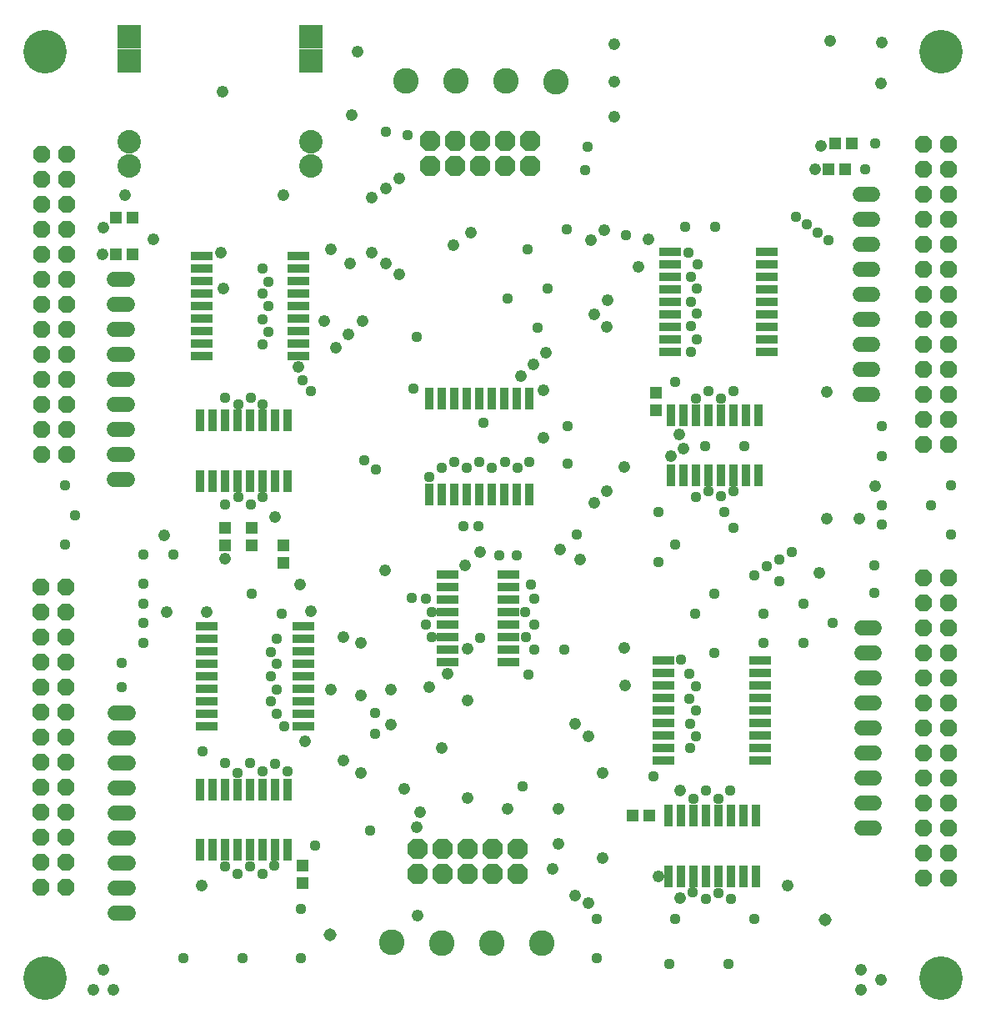
<source format=gts>
G75*
%MOIN*%
%OFA0B0*%
%FSLAX24Y24*%
%IPPOS*%
%LPD*%
%AMOC8*
5,1,8,0,0,1.08239X$1,22.5*
%
%ADD10R,0.0340X0.0880*%
%ADD11C,0.0600*%
%ADD12R,0.0880X0.0340*%
%ADD13OC8,0.0680*%
%ADD14R,0.0474X0.0513*%
%ADD15R,0.0513X0.0474*%
%ADD16OC8,0.0820*%
%ADD17C,0.1025*%
%ADD18R,0.0505X0.0493*%
%ADD19R,0.0493X0.0505*%
%ADD20C,0.0940*%
%ADD21R,0.0940X0.0940*%
%ADD22C,0.0437*%
%ADD23C,0.0476*%
%ADD24C,0.0516*%
%ADD25C,0.1740*%
D10*
X012436Y056931D03*
X012936Y056931D03*
X013436Y056931D03*
X013936Y056931D03*
X014436Y056931D03*
X014936Y056931D03*
X015436Y056931D03*
X015936Y056931D03*
X015936Y059351D03*
X015436Y059351D03*
X014936Y059351D03*
X014436Y059351D03*
X013936Y059351D03*
X013436Y059351D03*
X012936Y059351D03*
X012436Y059351D03*
X012455Y071683D03*
X012955Y071683D03*
X013455Y071683D03*
X013955Y071683D03*
X014455Y071683D03*
X014955Y071683D03*
X015455Y071683D03*
X015955Y071683D03*
X015955Y074103D03*
X015455Y074103D03*
X014955Y074103D03*
X014455Y074103D03*
X013955Y074103D03*
X013455Y074103D03*
X012955Y074103D03*
X012455Y074103D03*
X021603Y074989D03*
X022103Y074989D03*
X022603Y074989D03*
X023103Y074989D03*
X023603Y074989D03*
X024103Y074989D03*
X024603Y074989D03*
X025103Y074989D03*
X025603Y074989D03*
X025603Y071129D03*
X025103Y071129D03*
X024603Y071129D03*
X024103Y071129D03*
X023603Y071129D03*
X023103Y071129D03*
X022603Y071129D03*
X022103Y071129D03*
X021603Y071129D03*
X031270Y071900D03*
X031770Y071900D03*
X032270Y071900D03*
X032770Y071900D03*
X033270Y071900D03*
X033770Y071900D03*
X034270Y071900D03*
X034770Y071900D03*
X034770Y074320D03*
X034270Y074320D03*
X033770Y074320D03*
X033270Y074320D03*
X032770Y074320D03*
X032270Y074320D03*
X031770Y074320D03*
X031270Y074320D03*
X031160Y058308D03*
X031660Y058308D03*
X032160Y058308D03*
X032660Y058308D03*
X033160Y058308D03*
X033660Y058308D03*
X034160Y058308D03*
X034660Y058308D03*
X034660Y055888D03*
X034160Y055888D03*
X033660Y055888D03*
X033160Y055888D03*
X032660Y055888D03*
X032160Y055888D03*
X031660Y055888D03*
X031160Y055888D03*
D11*
X038890Y057815D02*
X039410Y057815D01*
X039410Y058815D02*
X038890Y058815D01*
X038890Y059815D02*
X039410Y059815D01*
X039410Y060815D02*
X038890Y060815D01*
X038890Y061815D02*
X039410Y061815D01*
X039410Y062815D02*
X038890Y062815D01*
X038890Y063815D02*
X039410Y063815D01*
X039410Y064815D02*
X038890Y064815D01*
X038890Y065815D02*
X039410Y065815D01*
X039351Y075137D02*
X038831Y075137D01*
X038831Y076137D02*
X039351Y076137D01*
X039351Y077137D02*
X038831Y077137D01*
X038831Y078137D02*
X039351Y078137D01*
X039351Y079137D02*
X038831Y079137D01*
X038831Y080137D02*
X039351Y080137D01*
X039351Y081137D02*
X038831Y081137D01*
X038831Y082137D02*
X039351Y082137D01*
X039351Y083137D02*
X038831Y083137D01*
X009524Y079744D02*
X009004Y079744D01*
X009004Y078744D02*
X009524Y078744D01*
X009524Y077744D02*
X009004Y077744D01*
X009004Y076744D02*
X009524Y076744D01*
X009524Y075744D02*
X009004Y075744D01*
X009004Y074744D02*
X009524Y074744D01*
X009524Y073744D02*
X009004Y073744D01*
X009004Y072744D02*
X009524Y072744D01*
X009524Y071744D02*
X009004Y071744D01*
X009040Y062421D02*
X009560Y062421D01*
X009560Y061421D02*
X009040Y061421D01*
X009040Y060421D02*
X009560Y060421D01*
X009560Y059421D02*
X009040Y059421D01*
X009040Y058421D02*
X009560Y058421D01*
X009560Y057421D02*
X009040Y057421D01*
X009040Y056421D02*
X009560Y056421D01*
X009560Y055421D02*
X009040Y055421D01*
X009040Y054421D02*
X009560Y054421D01*
D12*
X012704Y061866D03*
X012704Y062366D03*
X012704Y062866D03*
X012704Y063366D03*
X012704Y063866D03*
X012704Y064366D03*
X012704Y064866D03*
X012704Y065366D03*
X012704Y065866D03*
X016564Y065866D03*
X016564Y065366D03*
X016564Y064866D03*
X016564Y064366D03*
X016564Y063866D03*
X016564Y063366D03*
X016564Y062866D03*
X016564Y062366D03*
X016564Y061866D03*
X022338Y064454D03*
X022338Y064954D03*
X022338Y065454D03*
X022338Y065954D03*
X022338Y066454D03*
X022338Y066954D03*
X022338Y067454D03*
X022338Y067954D03*
X024758Y067954D03*
X024758Y067454D03*
X024758Y066954D03*
X024758Y066454D03*
X024758Y065954D03*
X024758Y065454D03*
X024758Y064954D03*
X024758Y064454D03*
X030980Y064492D03*
X030980Y063992D03*
X030980Y063492D03*
X030980Y062992D03*
X030980Y062492D03*
X030980Y061992D03*
X030980Y061492D03*
X030980Y060992D03*
X030980Y060492D03*
X034840Y060492D03*
X034840Y060992D03*
X034840Y061492D03*
X034840Y061992D03*
X034840Y062492D03*
X034840Y062992D03*
X034840Y063492D03*
X034840Y063992D03*
X034840Y064492D03*
X035104Y076850D03*
X035104Y077350D03*
X035104Y077850D03*
X035104Y078350D03*
X035104Y078850D03*
X035104Y079350D03*
X035104Y079850D03*
X035104Y080350D03*
X035104Y080850D03*
X031244Y080850D03*
X031244Y080350D03*
X031244Y079850D03*
X031244Y079350D03*
X031244Y078850D03*
X031244Y078350D03*
X031244Y077850D03*
X031244Y077350D03*
X031244Y076850D03*
X016368Y076669D03*
X016368Y077169D03*
X016368Y077669D03*
X016368Y078169D03*
X016368Y078669D03*
X016368Y079169D03*
X016368Y079669D03*
X016368Y080169D03*
X016368Y080669D03*
X012508Y080669D03*
X012508Y080169D03*
X012508Y079669D03*
X012508Y079169D03*
X012508Y078669D03*
X012508Y078169D03*
X012508Y077669D03*
X012508Y077169D03*
X012508Y076669D03*
D13*
X007099Y076748D03*
X007099Y077748D03*
X007099Y078748D03*
X007099Y079748D03*
X007099Y080748D03*
X007099Y081748D03*
X007099Y082748D03*
X007099Y083748D03*
X007099Y084748D03*
X006099Y084748D03*
X006099Y083748D03*
X006099Y082748D03*
X006099Y081748D03*
X006099Y080748D03*
X006099Y079748D03*
X006099Y078748D03*
X006099Y077748D03*
X006099Y076748D03*
X006099Y075748D03*
X006099Y074748D03*
X006099Y073748D03*
X006099Y072748D03*
X007099Y072748D03*
X007099Y073748D03*
X007099Y074748D03*
X007099Y075748D03*
X007079Y067425D03*
X007079Y066425D03*
X007079Y065425D03*
X007079Y064425D03*
X007079Y063425D03*
X007079Y062425D03*
X007079Y061425D03*
X007079Y060425D03*
X007079Y059425D03*
X007079Y058425D03*
X007079Y057425D03*
X007079Y056425D03*
X007079Y055425D03*
X006079Y055425D03*
X006079Y056425D03*
X006079Y057425D03*
X006079Y058425D03*
X006079Y059425D03*
X006079Y060425D03*
X006079Y061425D03*
X006079Y062425D03*
X006079Y063425D03*
X006079Y064425D03*
X006079Y065425D03*
X006079Y066425D03*
X006079Y067425D03*
X041363Y067807D03*
X041363Y066807D03*
X041363Y065807D03*
X041363Y064807D03*
X041363Y063807D03*
X041363Y062807D03*
X041363Y061807D03*
X041363Y060807D03*
X041363Y059807D03*
X041363Y058807D03*
X042363Y058807D03*
X042363Y059807D03*
X042363Y060807D03*
X042363Y061807D03*
X042363Y062807D03*
X042363Y063807D03*
X042363Y064807D03*
X042363Y065807D03*
X042363Y066807D03*
X042363Y067807D03*
X042371Y073141D03*
X042371Y074141D03*
X042371Y075141D03*
X042371Y076141D03*
X041371Y076141D03*
X041371Y075141D03*
X041371Y074141D03*
X041371Y073141D03*
X041371Y077141D03*
X041371Y078141D03*
X041371Y079141D03*
X041371Y080141D03*
X041371Y081141D03*
X041371Y082141D03*
X041371Y083141D03*
X041371Y084141D03*
X041371Y085141D03*
X042371Y085141D03*
X042371Y084141D03*
X042371Y083141D03*
X042371Y082141D03*
X042371Y081141D03*
X042371Y080141D03*
X042371Y079141D03*
X042371Y078141D03*
X042371Y077141D03*
X042363Y057807D03*
X042363Y056807D03*
X042363Y055807D03*
X041363Y055807D03*
X041363Y056807D03*
X041363Y057807D03*
D14*
X038237Y084141D03*
X037568Y084141D03*
X037843Y085165D03*
X038512Y085165D03*
X009733Y082212D03*
X009064Y082212D03*
X009064Y080756D03*
X009733Y080756D03*
D15*
X013453Y069791D03*
X013453Y069122D03*
X014516Y069122D03*
X014516Y069791D03*
D16*
X021138Y056964D03*
X021138Y055964D03*
X022138Y055964D03*
X022138Y056964D03*
X023138Y056964D03*
X023138Y055964D03*
X024138Y055964D03*
X024138Y056964D03*
X025138Y056964D03*
X025138Y055964D03*
X024650Y084271D03*
X024650Y085271D03*
X023650Y085271D03*
X023650Y084271D03*
X022650Y084271D03*
X022650Y085271D03*
X021650Y085271D03*
X021650Y084271D03*
X025650Y084271D03*
X025650Y085271D03*
D17*
X026662Y087653D03*
X024666Y087665D03*
X022658Y087665D03*
X020658Y087665D03*
X020115Y053228D03*
X022111Y053216D03*
X024119Y053216D03*
X026119Y053216D03*
D18*
X016524Y055608D03*
X016524Y056297D03*
X015776Y068403D03*
X015776Y069092D03*
X030658Y074506D03*
X030658Y075195D03*
D19*
X030412Y058315D03*
X029723Y058315D03*
D20*
X016879Y084260D03*
X016879Y085244D03*
X009595Y085244D03*
X009595Y084260D03*
D21*
X009595Y088472D03*
X009595Y089456D03*
X016879Y089456D03*
X016879Y088472D03*
D22*
X019871Y085637D03*
X020737Y085519D03*
X024753Y078984D03*
X025540Y080952D03*
X026327Y079378D03*
X025934Y077803D03*
X027154Y073866D03*
X027154Y072370D03*
X025611Y072429D03*
X025138Y072193D03*
X024627Y072429D03*
X024115Y072193D03*
X023603Y072429D03*
X023091Y072193D03*
X022619Y072429D03*
X022107Y072193D03*
X021595Y071838D03*
X022981Y069889D03*
X023571Y069889D03*
X024402Y068712D03*
X025095Y068712D03*
X025686Y067531D03*
X025796Y066960D03*
X025451Y066454D03*
X025816Y065952D03*
X025457Y065448D03*
X025816Y064929D03*
X025568Y063948D03*
X026997Y064929D03*
X027508Y069535D03*
X030776Y070441D03*
X031445Y069141D03*
X030776Y068437D03*
X032233Y066385D03*
X033020Y067173D03*
X034595Y067921D03*
X035107Y068275D03*
X035619Y068551D03*
X036091Y068826D03*
X035619Y067685D03*
X034989Y066385D03*
X034989Y065204D03*
X036564Y065204D03*
X036564Y066779D03*
X037745Y065992D03*
X039398Y067212D03*
X039398Y068315D03*
X039713Y069929D03*
X039713Y070716D03*
X039713Y072685D03*
X039713Y073866D03*
X041682Y070716D03*
X042469Y071504D03*
X042469Y069535D03*
X037587Y081307D03*
X037154Y081622D03*
X036721Y081937D03*
X036288Y082252D03*
X039044Y084141D03*
X039438Y085165D03*
X033768Y075283D03*
X033280Y074976D03*
X032764Y075279D03*
X032272Y074968D03*
X031434Y075649D03*
X032064Y076830D03*
X032308Y077354D03*
X032071Y077866D03*
X032308Y078378D03*
X032071Y078850D03*
X032308Y079362D03*
X032071Y079834D03*
X032347Y080346D03*
X031957Y080795D03*
X031851Y081826D03*
X033032Y081826D03*
X029489Y081511D03*
X027839Y084114D03*
X027942Y085047D03*
X027115Y081740D03*
X023768Y074023D03*
X020973Y075362D03*
X021091Y077448D03*
X019008Y072500D03*
X019477Y072134D03*
X020894Y067015D03*
X021485Y066976D03*
X021692Y066454D03*
X021487Y065954D03*
X021695Y065454D03*
X023650Y065401D03*
X025331Y059480D03*
X028296Y054181D03*
X028296Y052606D03*
X031221Y052370D03*
X031445Y054181D03*
X032154Y055244D03*
X032660Y054974D03*
X033162Y055224D03*
X033660Y054978D03*
X034595Y054181D03*
X033583Y052370D03*
X033158Y058984D03*
X032666Y059299D03*
X032178Y058988D03*
X032044Y060996D03*
X032280Y061468D03*
X032044Y061980D03*
X032280Y062492D03*
X032005Y062964D03*
X032280Y063476D03*
X032005Y063988D03*
X031682Y064535D03*
X033020Y064811D03*
X030579Y059889D03*
X033650Y059299D03*
X033768Y069811D03*
X033414Y070448D03*
X033272Y071071D03*
X033768Y071267D03*
X032770Y071281D03*
X032272Y071031D03*
X032627Y073078D03*
X034201Y073078D03*
X019438Y062409D03*
X019438Y061582D03*
X019241Y057724D03*
X017036Y057094D03*
X016485Y054574D03*
X016485Y052606D03*
X014936Y055978D03*
X014438Y056267D03*
X013936Y055982D03*
X013436Y056277D03*
X015422Y056307D03*
X014936Y060073D03*
X015438Y060370D03*
X015934Y060086D03*
X015816Y061858D03*
X015501Y062370D03*
X015264Y062882D03*
X015501Y063354D03*
X015264Y063866D03*
X015501Y064378D03*
X015264Y064850D03*
X015501Y065362D03*
X015697Y066385D03*
X014516Y067173D03*
X014461Y070756D03*
X014949Y071031D03*
X013965Y071031D03*
X013453Y070756D03*
X011367Y068748D03*
X010186Y068748D03*
X010186Y067567D03*
X010186Y066779D03*
X010186Y065992D03*
X010186Y065204D03*
X009320Y064417D03*
X009320Y063433D03*
X007036Y069141D03*
X007430Y070323D03*
X007036Y071504D03*
X012548Y060874D03*
X013436Y060399D03*
X013936Y060017D03*
X014436Y060399D03*
X014123Y052606D03*
X011760Y052606D03*
X013965Y074732D03*
X014461Y075011D03*
X014949Y074732D03*
X013453Y075008D03*
X014949Y077134D03*
X015186Y077645D03*
X014949Y078157D03*
X015186Y078669D03*
X014949Y079181D03*
X015186Y079653D03*
X014938Y080161D03*
X016524Y075716D03*
X016879Y075283D03*
D23*
X008178Y051346D03*
X008571Y052134D03*
X008965Y051346D03*
X012508Y055519D03*
X016642Y061267D03*
X018178Y060519D03*
X018886Y060008D03*
X020068Y061937D03*
X020068Y063354D03*
X018886Y063118D03*
X017666Y063354D03*
X018178Y065441D03*
X018886Y065204D03*
X019831Y068118D03*
X022351Y063984D03*
X021603Y063433D03*
X023138Y062921D03*
X023138Y064968D03*
X023052Y068307D03*
X023650Y068826D03*
X026170Y073393D03*
X026170Y075323D03*
X025776Y076346D03*
X025264Y075874D03*
X026288Y076819D03*
X028217Y078354D03*
X028690Y077842D03*
X028729Y078905D03*
X029989Y080244D03*
X030383Y081346D03*
X028611Y081700D03*
X028060Y081307D03*
X029005Y086228D03*
X029005Y087645D03*
X029005Y089141D03*
X023257Y081622D03*
X022587Y081110D03*
X020422Y079929D03*
X019871Y080362D03*
X019320Y080795D03*
X018453Y080362D03*
X017666Y080952D03*
X017390Y078078D03*
X018375Y077527D03*
X017863Y077015D03*
X018926Y078078D03*
X019320Y083000D03*
X019871Y083385D03*
X020422Y083787D03*
X018493Y086307D03*
X018729Y088826D03*
X015776Y083118D03*
X013257Y080795D03*
X013375Y079378D03*
X010579Y081346D03*
X009438Y083118D03*
X008571Y081819D03*
X008532Y080756D03*
X013335Y087252D03*
X016367Y076228D03*
X015449Y070232D03*
X016445Y067527D03*
X016879Y066464D03*
X013453Y068590D03*
X012705Y066425D03*
X011091Y066425D03*
X011020Y069511D03*
X020619Y059378D03*
X021091Y057842D03*
X021249Y058433D03*
X022115Y060992D03*
X023138Y059023D03*
X024753Y058590D03*
X026524Y056173D03*
X026760Y057173D03*
X026760Y058590D03*
X028532Y060008D03*
X027981Y061464D03*
X027444Y061990D03*
X029438Y063511D03*
X029398Y065008D03*
X027627Y068551D03*
X026839Y068945D03*
X028217Y070795D03*
X028690Y071267D03*
X029398Y072252D03*
X031288Y072685D03*
X031760Y072960D03*
X031603Y073551D03*
X037036Y084141D03*
X037272Y085086D03*
X039674Y087567D03*
X039713Y089220D03*
X037627Y089260D03*
X037508Y075244D03*
X039438Y071464D03*
X038808Y070165D03*
X037508Y070165D03*
X037194Y068000D03*
X031642Y059299D03*
X030776Y055874D03*
X031642Y055008D03*
X028532Y056622D03*
X027444Y055100D03*
X027981Y054811D03*
X021131Y054299D03*
X035934Y055519D03*
X038886Y052134D03*
X038886Y051346D03*
X039674Y051740D03*
D24*
X037430Y054141D03*
X017627Y053551D03*
D25*
X006249Y051819D03*
X006249Y088826D03*
X042075Y088826D03*
X042075Y051819D03*
M02*

</source>
